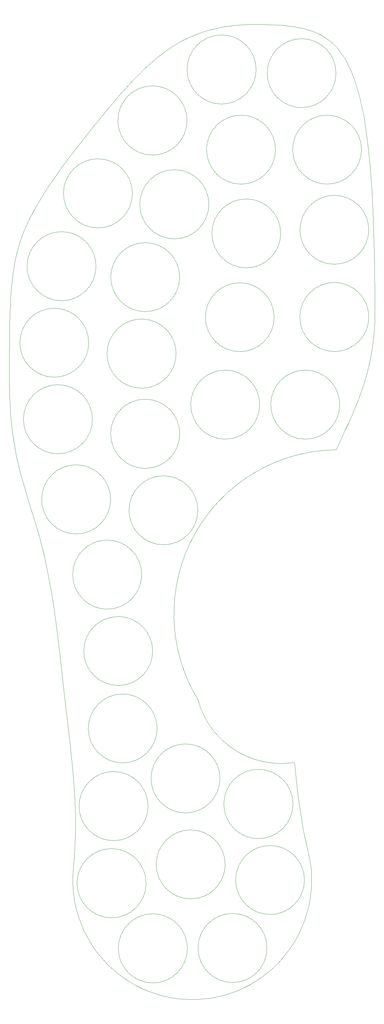
<source format=gbr>
G04 #@! TF.GenerationSoftware,KiCad,Pcbnew,(5.0.0)*
G04 #@! TF.CreationDate,2019-11-18T10:43:10+01:00*
G04 #@! TF.ProjectId,Insole_PCB,496E736F6C655F5043422E6B69636164,rev?*
G04 #@! TF.SameCoordinates,Original*
G04 #@! TF.FileFunction,Other,ECO1*
%FSLAX46Y46*%
G04 Gerber Fmt 4.6, Leading zero omitted, Abs format (unit mm)*
G04 Created by KiCad (PCBNEW (5.0.0)) date 11/18/19 10:43:10*
%MOMM*%
%LPD*%
G01*
G04 APERTURE LIST*
%ADD10C,0.100000*%
G04 APERTURE END LIST*
D10*
X143497045Y-101850707D02*
G75*
G03X143497045Y-101850707I-9467592J0D01*
G01*
X167530385Y-104850707D02*
G75*
G03X167530385Y-104850707I-9500932J0D01*
G01*
X211489231Y-27850707D02*
G75*
G03X211489231Y-27850707I-9459778J0D01*
G01*
X189520343Y-26850707D02*
G75*
G03X189520343Y-26850707I-9490890J0D01*
G01*
X170543028Y-40850707D02*
G75*
G03X170543028Y-40850707I-9513575J0D01*
G01*
X194858904Y-48850707D02*
G75*
G03X194858904Y-48850707I-9479451J0D01*
G01*
X218499981Y-48850707D02*
G75*
G03X218499981Y-48850707I-9470528J0D01*
G01*
X220491657Y-70850707D02*
G75*
G03X220491657Y-70850707I-9462204J0D01*
G01*
X196280346Y-71840707D02*
G75*
G03X196280346Y-71840707I-9460893J0D01*
G01*
X176527816Y-63850707D02*
G75*
G03X176527816Y-63850707I-9498363J0D01*
G01*
X155513524Y-60850707D02*
G75*
G03X155513524Y-60850707I-9484071J0D01*
G01*
X145517830Y-80850707D02*
G75*
G03X145517830Y-80850707I-9488377J0D01*
G01*
X168499089Y-83850707D02*
G75*
G03X168499089Y-83850707I-9469636J0D01*
G01*
X194485504Y-94850707D02*
G75*
G03X194485504Y-94850707I-9456051J0D01*
G01*
X220514583Y-94800707D02*
G75*
G03X220514583Y-94800707I-9485130J0D01*
G01*
X212512670Y-118850707D02*
G75*
G03X212512670Y-118850707I-9483217J0D01*
G01*
X190510318Y-118850707D02*
G75*
G03X190510318Y-118850707I-9480865J0D01*
G01*
X144514620Y-122850707D02*
G75*
G03X144514620Y-122850707I-9485167J0D01*
G01*
X168529942Y-126850707D02*
G75*
G03X168529942Y-126850707I-9500489J0D01*
G01*
X173498265Y-147850707D02*
G75*
G03X173498265Y-147850707I-9468812J0D01*
G01*
X149523246Y-144850707D02*
G75*
G03X149523246Y-144850707I-9493793J0D01*
G01*
X158068067Y-165500707D02*
G75*
G03X158068067Y-165500707I-9488614J0D01*
G01*
X179580488Y-221450707D02*
G75*
G03X179580488Y-221450707I-9471035J0D01*
G01*
X199659180Y-228470707D02*
G75*
G03X199659180Y-228470707I-9509727J0D01*
G01*
X181005507Y-245050707D02*
G75*
G03X181005507Y-245050707I-9476054J0D01*
G01*
X202825334Y-249340707D02*
G75*
G03X202825334Y-249340707I-9465881J0D01*
G01*
X192515538Y-268000707D02*
G75*
G03X192515538Y-268000707I-9486085J0D01*
G01*
X170628190Y-268100707D02*
G75*
G03X170628190Y-268100707I-9498737J0D01*
G01*
X159278127Y-250220707D02*
G75*
G03X159278127Y-250220707I-9498674J0D01*
G01*
X159818352Y-229050707D02*
G75*
G03X159818352Y-229050707I-9488899J0D01*
G01*
X162289950Y-207730707D02*
G75*
G03X162289950Y-207730707I-9460497J0D01*
G01*
X161081332Y-186480707D02*
G75*
G03X161081332Y-186480707I-9471879J0D01*
G01*
X211548356Y-131247841D02*
G75*
G03X173529453Y-199850707I481097J-45102866D01*
G01*
X173529453Y-199850707D02*
G75*
G03X200024786Y-217077384I22873048J6190891D01*
G01*
X204677533Y-247248836D02*
X204741333Y-249184347D01*
X203356393Y-258733637D02*
X202745343Y-260571267D01*
X201203853Y-264122617D02*
X200278783Y-265823957D01*
X204208433Y-243405910D02*
X204499683Y-245320449D01*
X202026993Y-262369687D02*
X201203853Y-264122617D01*
X204690933Y-251120267D02*
X204526463Y-253049837D01*
X204741333Y-249184347D02*
X204690933Y-251120267D01*
X192791493Y-274632277D02*
X191261373Y-275819307D01*
X198136093Y-269048407D02*
X196925923Y-270560287D01*
X200278783Y-265823957D02*
X199255013Y-267467797D01*
X204248513Y-254966367D02*
X203858033Y-256863167D01*
X204526463Y-253049837D02*
X204248513Y-254966367D01*
X204499683Y-245320449D02*
X204677533Y-247248836D01*
X202745343Y-260571267D02*
X202026993Y-262369687D01*
X203858033Y-256863167D02*
X203356393Y-258733637D01*
X186289483Y-278811777D02*
X184524233Y-279608147D01*
X188004703Y-277912697D02*
X186289483Y-278811777D01*
X194248963Y-273357087D02*
X192791493Y-274632277D01*
X199255013Y-267467797D02*
X198136093Y-269048407D01*
X189663923Y-276914057D02*
X188004703Y-277912697D01*
X191261373Y-275819307D02*
X189663923Y-276914057D01*
X195628703Y-271998177D02*
X194248963Y-273357087D01*
X196925923Y-270560287D02*
X195628703Y-271998177D01*
X221954063Y-98721065D02*
X221706474Y-101243072D01*
X216761501Y-119584791D02*
X215857941Y-121713224D01*
X217618969Y-117430963D02*
X216761501Y-119584791D01*
X221366619Y-103705448D02*
X220938404Y-106111675D01*
X221706474Y-101243072D02*
X221366619Y-103705448D01*
X222105483Y-96135944D02*
X222042043Y-97436615D01*
X220425739Y-108465240D02*
X219832523Y-110769634D01*
X220938404Y-106111675D02*
X220425739Y-108465240D01*
X213945483Y-125912626D02*
X211549453Y-131240707D01*
X222042043Y-97436615D02*
X221954063Y-98721065D01*
X215857941Y-121713224D02*
X214916523Y-123820942D01*
X218422115Y-115247059D02*
X217618969Y-117430963D01*
X219832523Y-110769634D02*
X219162697Y-113028400D01*
X214916523Y-123820942D02*
X213945483Y-125912626D01*
X219162697Y-113028400D02*
X218422115Y-115247059D01*
X201703813Y-230926216D02*
X202065143Y-233110252D01*
X200288653Y-219548683D02*
X200523013Y-221879776D01*
X202875213Y-237379287D02*
X203325083Y-239463028D01*
X203325083Y-239463028D02*
X203805563Y-241512047D01*
X201062683Y-226461929D02*
X201370053Y-228709640D01*
X200780683Y-224184753D02*
X201062683Y-226461929D01*
X200523013Y-221879776D02*
X200780683Y-224184753D01*
X200049453Y-217070707D02*
X200289453Y-219560707D01*
X203805563Y-241512047D02*
X204208433Y-243405910D01*
X201370053Y-228709640D02*
X201703813Y-230926216D01*
X202065143Y-233110252D02*
X202455403Y-235261474D01*
X202455403Y-235261474D02*
X202875213Y-237379287D01*
X220858351Y-53608276D02*
X221042250Y-55874260D01*
X222143913Y-94818622D02*
X222105483Y-96135944D01*
X222131793Y-86652752D02*
X222150633Y-90018245D01*
X218170210Y-35278487D02*
X218510821Y-36776447D01*
X222156833Y-93484218D02*
X222143913Y-94818622D01*
X217441023Y-32491027D02*
X217813571Y-33850547D01*
X222150633Y-90018245D02*
X222156833Y-93484218D01*
X218510821Y-36776447D02*
X218835288Y-38346007D01*
X219435526Y-41703027D02*
X219711581Y-43492757D01*
X221042250Y-55874260D02*
X221211413Y-58224388D01*
X219971835Y-45358477D02*
X220216456Y-47301537D01*
X218835288Y-38346007D02*
X219143488Y-39987897D01*
X222100183Y-83386368D02*
X222131793Y-86652752D01*
X221506243Y-63182495D02*
X221632269Y-65793205D01*
X220216456Y-47301537D02*
X220445632Y-49323272D01*
X219143488Y-39987897D02*
X219435526Y-41703027D01*
X222055623Y-80217735D02*
X222100183Y-83386368D01*
X221997923Y-77145492D02*
X222055623Y-80217735D01*
X221366019Y-60660011D02*
X221506243Y-63182495D01*
X221926923Y-74168281D02*
X221997923Y-77145492D01*
X221211413Y-58224388D02*
X221366019Y-60660011D01*
X221842433Y-71284736D02*
X221926923Y-74168281D01*
X221632269Y-65793205D02*
X221744273Y-68493500D01*
X221744273Y-68493500D02*
X221842433Y-71284736D01*
X220445632Y-49323272D02*
X220659537Y-51425064D01*
X219711581Y-43492757D02*
X219971835Y-45358477D01*
X217813571Y-33850547D02*
X218170210Y-35278487D01*
X220659537Y-51425064D02*
X220858351Y-53608276D01*
X204442723Y-16138047D02*
X205222513Y-16417487D01*
X190539843Y-14465567D02*
X191722113Y-14480667D01*
X203635393Y-15884357D02*
X204442723Y-16138047D01*
X201044633Y-15270177D02*
X201936493Y-15451567D01*
X176717043Y-16003007D02*
X177904643Y-15699957D01*
X193997843Y-14546467D02*
X195091583Y-14599367D01*
X177904643Y-15699957D02*
X179138383Y-15425277D01*
X155862423Y-29589287D02*
X157180373Y-28233697D01*
X170411623Y-18340627D02*
X171375483Y-17894597D01*
X164386693Y-21966077D02*
X165999923Y-20850947D01*
X157180373Y-28233697D02*
X158530183Y-26905187D01*
X189327813Y-14460567D02*
X190539843Y-14465567D01*
X173401383Y-17067037D02*
X174467613Y-16687657D01*
X161353123Y-24350227D02*
X162840113Y-23134197D01*
X187684123Y-14482167D02*
X189327813Y-14460567D01*
X196156083Y-14667167D02*
X197191473Y-14751067D01*
X174467613Y-16687657D02*
X175572133Y-16332627D01*
X168571693Y-19291917D02*
X169477723Y-18806767D01*
X201936493Y-15451567D02*
X202800033Y-15655917D01*
X183147713Y-14791067D02*
X184597173Y-14649367D01*
X214397551Y-24756547D02*
X214878192Y-25681687D01*
X213391463Y-23071727D02*
X213901943Y-23887097D01*
X207410383Y-17417387D02*
X208092833Y-17810727D01*
X181756823Y-14968907D02*
X183147713Y-14791067D01*
X215343741Y-26664097D02*
X215794081Y-27705377D01*
X214878192Y-25681687D02*
X215343741Y-26664097D01*
X210014993Y-19197067D02*
X210617603Y-19734207D01*
X192874733Y-14507267D02*
X193997843Y-14546467D01*
X205222513Y-16417487D02*
X205976313Y-16722647D01*
X179138383Y-15425277D02*
X180421413Y-15180957D01*
X199175473Y-14971617D02*
X200124343Y-15110567D01*
X184597173Y-14649367D02*
X186108273Y-14545767D01*
X198197893Y-14852157D02*
X199175473Y-14971617D01*
X216229098Y-28807117D02*
X216648673Y-29970907D01*
X167691433Y-19795047D02*
X168571693Y-19291917D01*
X211202993Y-20311957D02*
X211772233Y-20932217D01*
X216648673Y-29970907D02*
X217052687Y-31198347D01*
X210617603Y-19734207D02*
X211202993Y-20311957D01*
X191722113Y-14480667D02*
X192874733Y-14507267D01*
X195091583Y-14599367D02*
X196156083Y-14667167D01*
X165999923Y-20850947D02*
X167691433Y-19795047D01*
X162840113Y-23134197D02*
X164386693Y-21966077D01*
X217052687Y-31198347D02*
X217441023Y-32491027D01*
X208753703Y-18237217D02*
X209394053Y-18698697D01*
X202800033Y-15655917D02*
X203635393Y-15884357D01*
X200124343Y-15110567D02*
X201044633Y-15270177D01*
X175572133Y-16332627D02*
X176717043Y-16003007D01*
X180421413Y-15180957D02*
X181756823Y-14968907D01*
X169477723Y-18806767D02*
X170411623Y-18340627D01*
X158530183Y-26905187D02*
X159918783Y-25608967D01*
X186108273Y-14545767D02*
X187684123Y-14482167D01*
X215794081Y-27705377D02*
X216229098Y-28807117D01*
X213901943Y-23887097D02*
X214397551Y-24756547D01*
X171375483Y-17894597D02*
X172371373Y-17469697D01*
X208092833Y-17810727D02*
X208753703Y-18237217D01*
X212326423Y-21596847D02*
X212866253Y-22308847D01*
X206705233Y-17055317D02*
X207410383Y-17417387D01*
X211772233Y-20932217D02*
X212326423Y-21596847D01*
X212866253Y-22308847D02*
X213391463Y-23071727D01*
X209394053Y-18698697D02*
X210014993Y-19197067D01*
X197191473Y-14751067D02*
X198197893Y-14852157D01*
X172371373Y-17469697D02*
X173401383Y-17067037D01*
X159918783Y-25608967D02*
X161353123Y-24350227D01*
X205976313Y-16722647D02*
X206705233Y-17055317D01*
X128710273Y-64978889D02*
X129498783Y-63601745D01*
X124381993Y-74869842D02*
X124868833Y-73382232D01*
X122871843Y-81427772D02*
X123184553Y-79671355D01*
X154569433Y-30966747D02*
X155862423Y-29589287D01*
X152042553Y-33770497D02*
X154569433Y-30966747D01*
X123184553Y-79671355D02*
X123539913Y-78003799D01*
X123539913Y-78003799D02*
X123939033Y-76407165D01*
X142522793Y-45278197D02*
X144831853Y-42392807D01*
X149584713Y-36622327D02*
X152042553Y-33770497D01*
X123939033Y-76407165D02*
X124381993Y-74869842D01*
X147184833Y-39502867D02*
X149584713Y-36622327D01*
X124868833Y-73382232D02*
X125399583Y-71934753D01*
X144831853Y-42392807D02*
X147184833Y-39502867D01*
X138085853Y-51015189D02*
X140269773Y-48153957D01*
X131188773Y-60843650D02*
X132086513Y-59459617D01*
X122730993Y-82345290D02*
X122871843Y-81427772D01*
X127961923Y-66356834D02*
X128710273Y-64978889D01*
X130325573Y-62223846D02*
X131188773Y-60843650D01*
X133016913Y-58070190D02*
X133978083Y-56673835D01*
X125399583Y-71934753D02*
X125974273Y-70517799D01*
X126592933Y-69121780D02*
X127255603Y-67737121D01*
X140269773Y-48153957D02*
X142522793Y-45278197D01*
X135984113Y-53856994D02*
X138085853Y-51015189D01*
X133978083Y-56673835D02*
X135984113Y-53856994D01*
X132086513Y-59459617D02*
X133016913Y-58070190D01*
X129498783Y-63601745D02*
X130325573Y-62223846D01*
X127255603Y-67737121D02*
X127961923Y-66356834D01*
X125974273Y-70517799D02*
X126592933Y-69121780D01*
X121671673Y-108338718D02*
X121674673Y-106387599D01*
X121741673Y-97836337D02*
X121769573Y-96340396D01*
X121689673Y-102737609D02*
X121702373Y-101031150D01*
X137413783Y-203893630D02*
X137159693Y-201717857D01*
X136378673Y-194985114D02*
X136113403Y-192673999D01*
X130259753Y-156441292D02*
X129735473Y-154523993D01*
X121680673Y-104521831D02*
X121689673Y-102737609D01*
X136641743Y-197263118D02*
X136378673Y-194985114D01*
X122873613Y-129022586D02*
X122564373Y-126945861D01*
X121669673Y-110378970D02*
X121671673Y-108338718D01*
X135575443Y-187960597D02*
X135013503Y-183175983D01*
X123605073Y-132962283D02*
X123221573Y-131024972D01*
X125943503Y-142001363D02*
X124937033Y-138476397D01*
X129198973Y-152654507D02*
X128654303Y-150824933D01*
X133008463Y-169054156D02*
X132604753Y-166821035D01*
X121674673Y-106387599D02*
X121680673Y-104521831D01*
X139013393Y-218248588D02*
X138605443Y-214274047D01*
X122564373Y-126945861D02*
X122297023Y-124785535D01*
X121899173Y-120182616D02*
X121772103Y-117731435D01*
X137159693Y-201717857D02*
X136902213Y-199507526D01*
X121727103Y-116466886D02*
X121694803Y-115175780D01*
X128654303Y-150824933D02*
X128105343Y-149027432D01*
X129735473Y-154523993D02*
X129198973Y-152654507D01*
X134409953Y-178386279D02*
X133747413Y-173657123D01*
X122297023Y-124785535D02*
X122074623Y-122532819D01*
X124020933Y-134843782D02*
X123605073Y-132962283D01*
X122090773Y-88551456D02*
X122174073Y-87421664D01*
X128105343Y-149027432D02*
X127009903Y-145497289D01*
X127009903Y-145497289D02*
X125943503Y-142001363D01*
X132604753Y-166821035D02*
X132177423Y-164639947D01*
X136113403Y-192673999D02*
X135575443Y-187960597D01*
X137910173Y-208139709D02*
X137664093Y-206034362D01*
X138150443Y-210212253D02*
X137910173Y-208139709D01*
X121893773Y-92212939D02*
X121950873Y-90944705D01*
X124937033Y-138476397D02*
X124465973Y-136678732D01*
X131727883Y-162511160D02*
X131257493Y-160434943D01*
X122074623Y-122532819D02*
X121899173Y-120182616D01*
X122600223Y-83292197D02*
X122730993Y-82345290D01*
X124465973Y-136678732D02*
X124020933Y-134843782D01*
X122174073Y-87421664D02*
X122266473Y-86333236D01*
X121675303Y-113857680D02*
X121669303Y-112512157D01*
X132177423Y-164639947D02*
X131727883Y-162511160D01*
X122479343Y-84270896D02*
X122600223Y-83292197D01*
X122368153Y-85283778D02*
X122479343Y-84270896D01*
X136902213Y-199507526D02*
X136641743Y-197263118D01*
X122266473Y-86333236D02*
X122368153Y-85283778D01*
X137664093Y-206034362D02*
X137413783Y-203893630D01*
X133388573Y-171335763D02*
X133008463Y-169054156D01*
X122016473Y-89725005D02*
X122090773Y-88551456D01*
X121950873Y-90944705D02*
X122016473Y-89725005D01*
X121803773Y-94907046D02*
X121844973Y-93532493D01*
X121694803Y-115175780D02*
X121675303Y-113857680D01*
X121719473Y-99398654D02*
X121741673Y-97836337D01*
X121702373Y-101031150D02*
X121719473Y-99398654D01*
X133747413Y-173657123D02*
X133388573Y-171335763D01*
X130767653Y-158411565D02*
X130259753Y-156441292D01*
X135013503Y-183175983D02*
X134409953Y-178386279D01*
X131257493Y-160434943D02*
X130767653Y-158411565D01*
X121669303Y-112512157D02*
X121669673Y-110378970D01*
X121772103Y-117731435D02*
X121727103Y-116466886D01*
X123221573Y-131024972D02*
X122873613Y-129022586D01*
X138605443Y-214274047D02*
X138150443Y-210212253D01*
X121844973Y-93532493D02*
X121893773Y-92212939D01*
X121769573Y-96340396D02*
X121803773Y-94907046D01*
X146122153Y-269610877D02*
X144969303Y-268054837D01*
X163641763Y-281068317D02*
X161782863Y-280525357D01*
X180868383Y-280882087D02*
X178990493Y-281355197D01*
X171299133Y-282121517D02*
X169364803Y-282028217D01*
X144969303Y-268054837D02*
X143910213Y-266433527D01*
X148692753Y-272505737D02*
X147364743Y-271096227D01*
X139181083Y-251828707D02*
X139088783Y-249894337D01*
X140679973Y-259411427D02*
X140137993Y-257552237D01*
X139387253Y-253754277D02*
X139181083Y-251828707D01*
X139437793Y-243942931D02*
X139591363Y-241884772D01*
X175167443Y-281965537D02*
X173235583Y-282100617D01*
X177087973Y-281716767D02*
X175167443Y-281965537D01*
X142087713Y-263017877D02*
X141330633Y-261235417D01*
X153141703Y-276231507D02*
X151586263Y-275077847D01*
X167439343Y-281821047D02*
X165529453Y-281500707D01*
X141330633Y-261235417D02*
X140679973Y-259411427D01*
X147364743Y-271096227D02*
X146122153Y-269610877D01*
X156442893Y-278253967D02*
X154762453Y-277291447D01*
X139088783Y-249894337D02*
X139110783Y-247957893D01*
X151586263Y-275077847D02*
X150101563Y-273834477D01*
X139706593Y-255664327D02*
X139387253Y-253754277D01*
X139358713Y-222164420D02*
X139013393Y-218248588D01*
X139625803Y-226050109D02*
X139358713Y-222164420D01*
X139798143Y-229936111D02*
X139625803Y-226050109D01*
X139842543Y-231891044D02*
X139798143Y-229936111D01*
X139857043Y-233857612D02*
X139842543Y-231891044D01*
X159959213Y-279873747D02*
X158177153Y-279115737D01*
X161782863Y-280525357D02*
X159959213Y-279873747D01*
X142948563Y-264752597D02*
X142087713Y-263017877D01*
X158177153Y-279115737D02*
X156442893Y-278253967D01*
X139840443Y-235838035D02*
X139857043Y-233857612D01*
X139791443Y-237834548D02*
X139840443Y-235838035D01*
X139708843Y-239849387D02*
X139791443Y-237834548D01*
X182715103Y-280299047D02*
X180868383Y-280882087D01*
X184524233Y-279608147D02*
X182715103Y-280299047D01*
X139591363Y-241884772D02*
X139708843Y-239849387D01*
X178990493Y-281355197D02*
X177087973Y-281716767D01*
X169364803Y-282028217D02*
X167439343Y-281821047D01*
X139246883Y-246026119D02*
X139437793Y-243942931D01*
X139110783Y-247957893D02*
X139246883Y-246026119D01*
X140137993Y-257552237D02*
X139706593Y-255664327D01*
X154762453Y-277291447D02*
X153141703Y-276231507D01*
X173235583Y-282100617D02*
X171299133Y-282121517D01*
X143910213Y-266433527D02*
X142948563Y-264752597D01*
X150101563Y-273834477D02*
X148692753Y-272505737D01*
X165529453Y-281500707D02*
X163641763Y-281068317D01*
M02*

</source>
